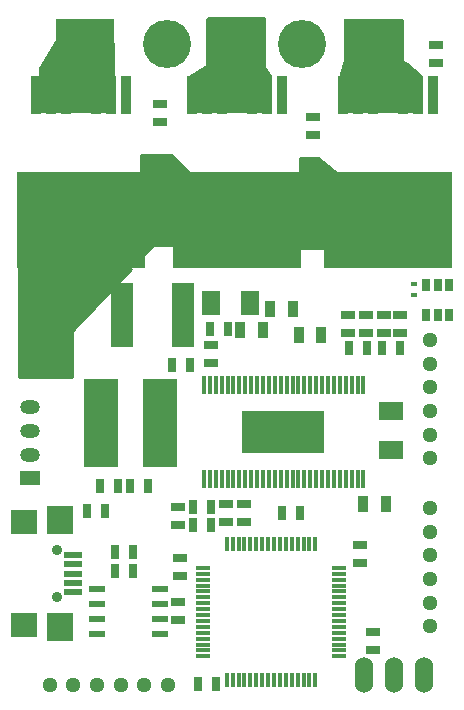
<source format=gts>
%FSLAX46Y46*%
G04 Gerber Fmt 4.6, Leading zero omitted, Abs format (unit mm)*
G04 Created by KiCad (PCBNEW (2014-08-31 BZR 5107)-product) date tis  2 sep 2014 14:47:37*
%MOMM*%
G01*
G04 APERTURE LIST*
%ADD10C,0.150000*%
%ADD11R,1.699260X1.198880*%
%ADD12O,1.699260X1.198880*%
%ADD13O,1.524000X3.048000*%
%ADD14C,4.064000*%
%ADD15R,1.524000X2.032000*%
%ADD16R,1.143000X0.635000*%
%ADD17R,0.635000X1.143000*%
%ADD18R,0.889000X1.397000*%
%ADD19R,1.849120X5.499100*%
%ADD20R,2.032000X1.524000*%
%ADD21R,2.997200X7.498080*%
%ADD22C,1.300480*%
%ADD23R,5.000000X4.000000*%
%ADD24R,10.800080X8.150860*%
%ADD25R,0.899160X3.200400*%
%ADD26R,0.300000X1.300480*%
%ADD27R,1.300480X0.300000*%
%ADD28R,0.299720X1.501140*%
%ADD29R,7.000240X3.599180*%
%ADD30R,1.500000X0.500000*%
%ADD31R,2.200000X2.400000*%
%ADD32R,2.200000X2.000000*%
%ADD33C,0.900000*%
%ADD34R,0.701040X1.000760*%
%ADD35R,1.399540X0.599440*%
%ADD36R,0.599440X0.398780*%
%ADD37C,0.254000*%
G04 APERTURE END LIST*
D10*
D11*
X80450000Y-119728280D03*
D12*
X80450000Y-115725240D03*
X80450000Y-117726760D03*
X80450000Y-113726260D03*
D13*
X108712000Y-136398000D03*
X111252000Y-136398000D03*
X113792000Y-136398000D03*
D14*
X92000000Y-83000000D03*
X103500000Y-83000000D03*
D15*
X95758000Y-104902000D03*
X99060000Y-104902000D03*
D16*
X108331000Y-125349000D03*
X108331000Y-126873000D03*
X109474000Y-134239000D03*
X109474000Y-132715000D03*
X98552000Y-123444000D03*
X98552000Y-121920000D03*
X93091000Y-128016000D03*
X93091000Y-126492000D03*
D17*
X94234000Y-122174000D03*
X95758000Y-122174000D03*
D16*
X92964000Y-122174000D03*
X92964000Y-123698000D03*
D17*
X101727000Y-122682000D03*
X103251000Y-122682000D03*
D18*
X110553500Y-121920000D03*
X108648500Y-121920000D03*
D17*
X92456000Y-110109000D03*
X93980000Y-110109000D03*
D16*
X95758000Y-108458000D03*
X95758000Y-109982000D03*
D18*
X100139500Y-107188000D03*
X98234500Y-107188000D03*
X102679500Y-105410000D03*
X100774500Y-105410000D03*
X105092500Y-107569000D03*
X103187500Y-107569000D03*
D17*
X107442000Y-108712000D03*
X108966000Y-108712000D03*
X94615000Y-137160000D03*
X96139000Y-137160000D03*
X110236000Y-108712000D03*
X111760000Y-108712000D03*
D19*
X93380560Y-105918000D03*
X88229440Y-105918000D03*
D20*
X110998000Y-117348000D03*
X110998000Y-114046000D03*
D21*
X91399360Y-115062000D03*
X86400640Y-115062000D03*
D22*
X86099240Y-137200000D03*
X88100760Y-137200000D03*
X90099740Y-137200000D03*
X92101260Y-137200000D03*
X84100260Y-137200000D03*
X82098740Y-137200000D03*
X114300000Y-126253240D03*
X114300000Y-128254760D03*
X114300000Y-130253740D03*
X114300000Y-132255260D03*
X114300000Y-124254260D03*
X114300000Y-122252740D03*
X114300000Y-112029240D03*
X114300000Y-114030760D03*
X114300000Y-116029740D03*
X114300000Y-118031260D03*
X114300000Y-110030260D03*
X114300000Y-108028740D03*
D23*
X85090000Y-82804000D03*
X97790000Y-82804000D03*
X109474000Y-82804000D03*
D24*
X110744000Y-97848420D03*
D25*
X114554000Y-87246460D03*
X113284000Y-87246460D03*
X112014000Y-87246460D03*
X109474000Y-87246460D03*
X108204000Y-87246460D03*
X106934000Y-87246460D03*
D24*
X97917000Y-97848420D03*
D25*
X101727000Y-87246460D03*
X100457000Y-87246460D03*
X99187000Y-87246460D03*
X96647000Y-87246460D03*
X95377000Y-87246460D03*
X94107000Y-87246460D03*
D24*
X84709000Y-97848420D03*
D25*
X88519000Y-87246460D03*
X87249000Y-87246460D03*
X85979000Y-87246460D03*
X83439000Y-87246460D03*
X82169000Y-87246460D03*
X80899000Y-87246460D03*
D17*
X86360000Y-120396000D03*
X87884000Y-120396000D03*
X88900000Y-120396000D03*
X90424000Y-120396000D03*
X94234000Y-123698000D03*
X95758000Y-123698000D03*
D16*
X97028000Y-121920000D03*
X97028000Y-123444000D03*
D17*
X95631000Y-107061000D03*
X97155000Y-107061000D03*
D16*
X114808000Y-84582000D03*
X114808000Y-83058000D03*
X104394000Y-89154000D03*
X104394000Y-90678000D03*
X91440000Y-88011000D03*
X91440000Y-89535000D03*
X107315000Y-105918000D03*
X107315000Y-107442000D03*
X108839000Y-105918000D03*
X108839000Y-107442000D03*
X110363000Y-105918000D03*
X110363000Y-107442000D03*
X111760000Y-105918000D03*
X111760000Y-107442000D03*
D26*
X98587560Y-136814560D03*
X99087940Y-136814560D03*
X99588320Y-136814560D03*
X100088700Y-136814560D03*
X100589080Y-136814560D03*
X97088960Y-136814560D03*
X97586800Y-136814560D03*
X98087180Y-136814560D03*
D27*
X106588560Y-134813040D03*
X106588560Y-134315200D03*
X106588560Y-133814820D03*
X106588560Y-133314440D03*
X106588560Y-132814060D03*
X106588560Y-132313680D03*
X106588560Y-131813300D03*
X106588560Y-131312920D03*
D26*
X104587040Y-125313440D03*
X104089200Y-125313440D03*
X103588820Y-125313440D03*
X103088440Y-125313440D03*
X102588060Y-125313440D03*
X102087680Y-125313440D03*
X101587300Y-125313440D03*
X101086920Y-125313440D03*
D27*
X95087440Y-127314960D03*
X95087440Y-127812800D03*
X95087440Y-128313180D03*
X95087440Y-128813560D03*
X95087440Y-129313940D03*
X95087440Y-129814320D03*
X95087440Y-130314700D03*
X95087440Y-130815080D03*
D26*
X101086920Y-136814560D03*
X101587300Y-136814560D03*
X102087680Y-136814560D03*
D27*
X106588560Y-130815080D03*
X106588560Y-130314700D03*
X106588560Y-129814320D03*
D26*
X100589080Y-125313440D03*
X100088700Y-125313440D03*
X99588320Y-125313440D03*
D27*
X95087440Y-131312920D03*
X95087440Y-131813300D03*
X95087440Y-132313680D03*
D26*
X102588060Y-136814560D03*
X103088440Y-136814560D03*
X103588820Y-136814560D03*
X104089200Y-136814560D03*
X104587040Y-136814560D03*
D27*
X106588560Y-129313940D03*
X106588560Y-128813560D03*
X106588560Y-128313180D03*
X106588560Y-127812800D03*
X106588560Y-127314960D03*
D26*
X99087940Y-125313440D03*
X98587560Y-125313440D03*
X98087180Y-125313440D03*
X97586800Y-125313440D03*
X97088960Y-125313440D03*
D27*
X95087440Y-132814060D03*
X95087440Y-133314440D03*
X95087440Y-133814820D03*
X95087440Y-134315200D03*
X95087440Y-134813040D03*
D28*
X104157780Y-111823500D03*
X103657400Y-111823500D03*
X103157020Y-111823500D03*
X102656640Y-111823500D03*
X102156260Y-111823500D03*
X101658420Y-111823500D03*
X101158040Y-111823500D03*
X100657660Y-111823500D03*
X100157280Y-111823500D03*
X99656900Y-111823500D03*
X99156520Y-111823500D03*
X108656120Y-111823500D03*
X108158280Y-111823500D03*
X107657900Y-111823500D03*
X103157020Y-119824500D03*
X106657140Y-111823500D03*
X106156760Y-111823500D03*
X105656380Y-111823500D03*
X105158540Y-111823500D03*
X104658160Y-111823500D03*
X100657660Y-119824500D03*
X101158040Y-119824500D03*
X101658420Y-119824500D03*
X102156260Y-119824500D03*
X102656640Y-119824500D03*
X107157520Y-111823500D03*
X103657400Y-119824500D03*
X104157780Y-119824500D03*
X104658160Y-119824500D03*
X105158540Y-119824500D03*
X105656380Y-119824500D03*
X106156760Y-119824500D03*
X106657140Y-119824500D03*
X95158560Y-119824500D03*
X95656400Y-119824500D03*
X96156780Y-119824500D03*
X96657160Y-119824500D03*
X97157540Y-119824500D03*
X97657920Y-119824500D03*
X98158300Y-119824500D03*
X98656140Y-119824500D03*
X99156520Y-119824500D03*
X99656900Y-119824500D03*
X100157280Y-119824500D03*
X107157520Y-119824500D03*
X107657900Y-119824500D03*
X108158280Y-119824500D03*
X108656120Y-119824500D03*
X98656140Y-111823500D03*
X98158300Y-111823500D03*
X97657920Y-111823500D03*
X97157540Y-111823500D03*
X96657160Y-111823500D03*
X96156780Y-111823500D03*
X95656400Y-111823500D03*
X95158560Y-111823500D03*
D29*
X101854000Y-115824000D03*
D30*
X84100000Y-129400000D03*
X84100000Y-128600000D03*
X84100000Y-127800000D03*
X84100000Y-127000000D03*
X84100000Y-126200000D03*
D31*
X83000000Y-123250000D03*
X83000000Y-132350000D03*
D32*
X79925000Y-123450000D03*
X79925000Y-132150000D03*
D33*
X82700000Y-125800000D03*
X82700000Y-129800000D03*
D16*
X93000000Y-130188000D03*
X93000000Y-131712000D03*
D17*
X89162000Y-127550000D03*
X87638000Y-127550000D03*
X89162000Y-126000000D03*
X87638000Y-126000000D03*
X86762000Y-122500000D03*
X85238000Y-122500000D03*
D34*
X115887500Y-105918000D03*
X114935000Y-105918000D03*
X113982500Y-105918000D03*
X113982500Y-103378000D03*
X114935000Y-103378000D03*
X115887500Y-103378000D03*
D35*
X86133000Y-132955000D03*
X91467000Y-132955000D03*
X86133000Y-131685000D03*
X86133000Y-130415000D03*
X86133000Y-129145000D03*
X91467000Y-131685000D03*
X91467000Y-130415000D03*
X91467000Y-129145000D03*
D36*
X112903000Y-103309420D03*
X112903000Y-104208580D03*
D37*
G36*
X100711000Y-88646000D02*
X93853000Y-88646000D01*
X93853000Y-85795967D01*
X95504000Y-84779967D01*
X95504000Y-80772000D01*
X100203000Y-80772000D01*
X100203000Y-84874453D01*
X100711000Y-85636453D01*
X100711000Y-88646000D01*
X100711000Y-88646000D01*
G37*
X100711000Y-88646000D02*
X93853000Y-88646000D01*
X93853000Y-85795967D01*
X95504000Y-84779967D01*
X95504000Y-80772000D01*
X100203000Y-80772000D01*
X100203000Y-84874453D01*
X100711000Y-85636453D01*
X100711000Y-88646000D01*
G36*
X113538000Y-88646000D02*
X106680000Y-88646000D01*
X106680000Y-85742008D01*
X107061000Y-84345008D01*
X107061000Y-80899000D01*
X111887000Y-80899000D01*
X111887000Y-84395968D01*
X112319967Y-84684613D01*
X113538000Y-85659039D01*
X113538000Y-88646000D01*
X113538000Y-88646000D01*
G37*
X113538000Y-88646000D02*
X106680000Y-88646000D01*
X106680000Y-85742008D01*
X107061000Y-84345008D01*
X107061000Y-80899000D01*
X111887000Y-80899000D01*
X111887000Y-84395968D01*
X112319967Y-84684613D01*
X113538000Y-85659039D01*
X113538000Y-88646000D01*
G36*
X87500968Y-88646000D02*
X81280000Y-88646000D01*
X81280000Y-84998177D01*
X82804000Y-82458177D01*
X82804000Y-80899000D01*
X87378000Y-80899000D01*
X87500968Y-88646000D01*
X87500968Y-88646000D01*
G37*
X87500968Y-88646000D02*
X81280000Y-88646000D01*
X81280000Y-84998177D01*
X82804000Y-82458177D01*
X82804000Y-80899000D01*
X87378000Y-80899000D01*
X87500968Y-88646000D01*
G36*
X88988001Y-101977254D02*
X83947000Y-107264157D01*
X83947000Y-111125000D01*
X79502000Y-111125000D01*
X79502000Y-101855639D01*
X88988001Y-101977254D01*
X88988001Y-101977254D01*
G37*
X88988001Y-101977254D02*
X83947000Y-107264157D01*
X83947000Y-111125000D01*
X79502000Y-111125000D01*
X79502000Y-101855639D01*
X88988001Y-101977254D01*
G36*
X94107000Y-101473000D02*
X92837000Y-101473000D01*
X92837000Y-99949000D01*
X90879395Y-99949000D01*
X89789000Y-101039395D01*
X89789000Y-92329000D01*
X92403395Y-92329000D01*
X94107000Y-94032605D01*
X94107000Y-101473000D01*
X94107000Y-101473000D01*
G37*
X94107000Y-101473000D02*
X92837000Y-101473000D01*
X92837000Y-99949000D01*
X90879395Y-99949000D01*
X89789000Y-101039395D01*
X89789000Y-92329000D01*
X92403395Y-92329000D01*
X94107000Y-94032605D01*
X94107000Y-101473000D01*
G36*
X106553000Y-100203000D02*
X103251000Y-100203000D01*
X103251000Y-92583000D01*
X104855020Y-92583000D01*
X106553000Y-94038412D01*
X106553000Y-100203000D01*
X106553000Y-100203000D01*
G37*
X106553000Y-100203000D02*
X103251000Y-100203000D01*
X103251000Y-92583000D01*
X104855020Y-92583000D01*
X106553000Y-94038412D01*
X106553000Y-100203000D01*
M02*

</source>
